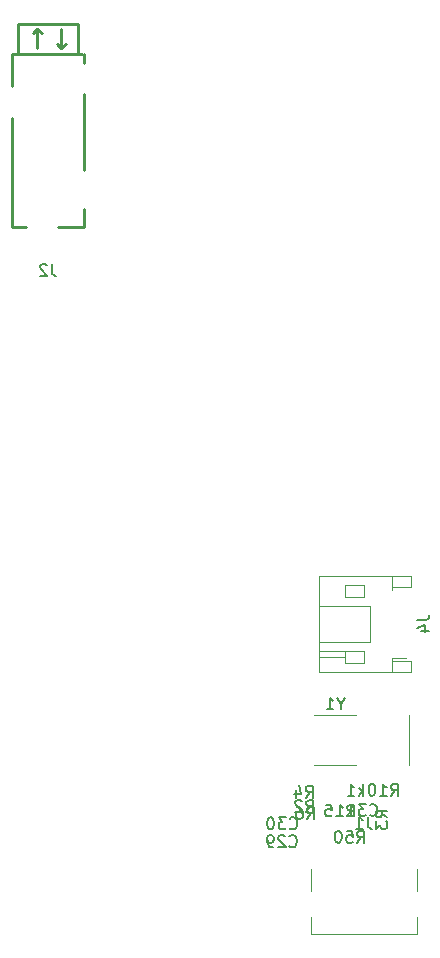
<source format=gbr>
%TF.GenerationSoftware,KiCad,Pcbnew,9.0.6*%
%TF.CreationDate,2025-12-07T23:37:29-06:00*%
%TF.ProjectId,Tony's MP3 Player,546f6e79-2773-4204-9d50-3320506c6179,rev?*%
%TF.SameCoordinates,Original*%
%TF.FileFunction,Legend,Bot*%
%TF.FilePolarity,Positive*%
%FSLAX46Y46*%
G04 Gerber Fmt 4.6, Leading zero omitted, Abs format (unit mm)*
G04 Created by KiCad (PCBNEW 9.0.6) date 2025-12-07 23:37:29*
%MOMM*%
%LPD*%
G01*
G04 APERTURE LIST*
%ADD10C,0.150000*%
%ADD11C,0.120000*%
%ADD12C,0.254000*%
G04 APERTURE END LIST*
D10*
X163400357Y-115409580D02*
X163447976Y-115457200D01*
X163447976Y-115457200D02*
X163590833Y-115504819D01*
X163590833Y-115504819D02*
X163686071Y-115504819D01*
X163686071Y-115504819D02*
X163828928Y-115457200D01*
X163828928Y-115457200D02*
X163924166Y-115361961D01*
X163924166Y-115361961D02*
X163971785Y-115266723D01*
X163971785Y-115266723D02*
X164019404Y-115076247D01*
X164019404Y-115076247D02*
X164019404Y-114933390D01*
X164019404Y-114933390D02*
X163971785Y-114742914D01*
X163971785Y-114742914D02*
X163924166Y-114647676D01*
X163924166Y-114647676D02*
X163828928Y-114552438D01*
X163828928Y-114552438D02*
X163686071Y-114504819D01*
X163686071Y-114504819D02*
X163590833Y-114504819D01*
X163590833Y-114504819D02*
X163447976Y-114552438D01*
X163447976Y-114552438D02*
X163400357Y-114600057D01*
X163067023Y-114504819D02*
X162447976Y-114504819D01*
X162447976Y-114504819D02*
X162781309Y-114885771D01*
X162781309Y-114885771D02*
X162638452Y-114885771D01*
X162638452Y-114885771D02*
X162543214Y-114933390D01*
X162543214Y-114933390D02*
X162495595Y-114981009D01*
X162495595Y-114981009D02*
X162447976Y-115076247D01*
X162447976Y-115076247D02*
X162447976Y-115314342D01*
X162447976Y-115314342D02*
X162495595Y-115409580D01*
X162495595Y-115409580D02*
X162543214Y-115457200D01*
X162543214Y-115457200D02*
X162638452Y-115504819D01*
X162638452Y-115504819D02*
X162924166Y-115504819D01*
X162924166Y-115504819D02*
X163019404Y-115457200D01*
X163019404Y-115457200D02*
X163067023Y-115409580D01*
X161495595Y-115504819D02*
X162067023Y-115504819D01*
X161781309Y-115504819D02*
X161781309Y-114504819D01*
X161781309Y-114504819D02*
X161876547Y-114647676D01*
X161876547Y-114647676D02*
X161971785Y-114742914D01*
X161971785Y-114742914D02*
X162067023Y-114790533D01*
X165193809Y-113794819D02*
X165527142Y-113318628D01*
X165765237Y-113794819D02*
X165765237Y-112794819D01*
X165765237Y-112794819D02*
X165384285Y-112794819D01*
X165384285Y-112794819D02*
X165289047Y-112842438D01*
X165289047Y-112842438D02*
X165241428Y-112890057D01*
X165241428Y-112890057D02*
X165193809Y-112985295D01*
X165193809Y-112985295D02*
X165193809Y-113128152D01*
X165193809Y-113128152D02*
X165241428Y-113223390D01*
X165241428Y-113223390D02*
X165289047Y-113271009D01*
X165289047Y-113271009D02*
X165384285Y-113318628D01*
X165384285Y-113318628D02*
X165765237Y-113318628D01*
X164241428Y-113794819D02*
X164812856Y-113794819D01*
X164527142Y-113794819D02*
X164527142Y-112794819D01*
X164527142Y-112794819D02*
X164622380Y-112937676D01*
X164622380Y-112937676D02*
X164717618Y-113032914D01*
X164717618Y-113032914D02*
X164812856Y-113080533D01*
X163622380Y-112794819D02*
X163527142Y-112794819D01*
X163527142Y-112794819D02*
X163431904Y-112842438D01*
X163431904Y-112842438D02*
X163384285Y-112890057D01*
X163384285Y-112890057D02*
X163336666Y-112985295D01*
X163336666Y-112985295D02*
X163289047Y-113175771D01*
X163289047Y-113175771D02*
X163289047Y-113413866D01*
X163289047Y-113413866D02*
X163336666Y-113604342D01*
X163336666Y-113604342D02*
X163384285Y-113699580D01*
X163384285Y-113699580D02*
X163431904Y-113747200D01*
X163431904Y-113747200D02*
X163527142Y-113794819D01*
X163527142Y-113794819D02*
X163622380Y-113794819D01*
X163622380Y-113794819D02*
X163717618Y-113747200D01*
X163717618Y-113747200D02*
X163765237Y-113699580D01*
X163765237Y-113699580D02*
X163812856Y-113604342D01*
X163812856Y-113604342D02*
X163860475Y-113413866D01*
X163860475Y-113413866D02*
X163860475Y-113175771D01*
X163860475Y-113175771D02*
X163812856Y-112985295D01*
X163812856Y-112985295D02*
X163765237Y-112890057D01*
X163765237Y-112890057D02*
X163717618Y-112842438D01*
X163717618Y-112842438D02*
X163622380Y-112794819D01*
X162860475Y-113794819D02*
X162860475Y-112794819D01*
X162765237Y-113413866D02*
X162479523Y-113794819D01*
X162479523Y-113128152D02*
X162860475Y-113509104D01*
X161527142Y-113794819D02*
X162098570Y-113794819D01*
X161812856Y-113794819D02*
X161812856Y-112794819D01*
X161812856Y-112794819D02*
X161908094Y-112937676D01*
X161908094Y-112937676D02*
X162003332Y-113032914D01*
X162003332Y-113032914D02*
X162098570Y-113080533D01*
X156592857Y-118049580D02*
X156640476Y-118097200D01*
X156640476Y-118097200D02*
X156783333Y-118144819D01*
X156783333Y-118144819D02*
X156878571Y-118144819D01*
X156878571Y-118144819D02*
X157021428Y-118097200D01*
X157021428Y-118097200D02*
X157116666Y-118001961D01*
X157116666Y-118001961D02*
X157164285Y-117906723D01*
X157164285Y-117906723D02*
X157211904Y-117716247D01*
X157211904Y-117716247D02*
X157211904Y-117573390D01*
X157211904Y-117573390D02*
X157164285Y-117382914D01*
X157164285Y-117382914D02*
X157116666Y-117287676D01*
X157116666Y-117287676D02*
X157021428Y-117192438D01*
X157021428Y-117192438D02*
X156878571Y-117144819D01*
X156878571Y-117144819D02*
X156783333Y-117144819D01*
X156783333Y-117144819D02*
X156640476Y-117192438D01*
X156640476Y-117192438D02*
X156592857Y-117240057D01*
X156211904Y-117240057D02*
X156164285Y-117192438D01*
X156164285Y-117192438D02*
X156069047Y-117144819D01*
X156069047Y-117144819D02*
X155830952Y-117144819D01*
X155830952Y-117144819D02*
X155735714Y-117192438D01*
X155735714Y-117192438D02*
X155688095Y-117240057D01*
X155688095Y-117240057D02*
X155640476Y-117335295D01*
X155640476Y-117335295D02*
X155640476Y-117430533D01*
X155640476Y-117430533D02*
X155688095Y-117573390D01*
X155688095Y-117573390D02*
X156259523Y-118144819D01*
X156259523Y-118144819D02*
X155640476Y-118144819D01*
X155164285Y-118144819D02*
X154973809Y-118144819D01*
X154973809Y-118144819D02*
X154878571Y-118097200D01*
X154878571Y-118097200D02*
X154830952Y-118049580D01*
X154830952Y-118049580D02*
X154735714Y-117906723D01*
X154735714Y-117906723D02*
X154688095Y-117716247D01*
X154688095Y-117716247D02*
X154688095Y-117335295D01*
X154688095Y-117335295D02*
X154735714Y-117240057D01*
X154735714Y-117240057D02*
X154783333Y-117192438D01*
X154783333Y-117192438D02*
X154878571Y-117144819D01*
X154878571Y-117144819D02*
X155069047Y-117144819D01*
X155069047Y-117144819D02*
X155164285Y-117192438D01*
X155164285Y-117192438D02*
X155211904Y-117240057D01*
X155211904Y-117240057D02*
X155259523Y-117335295D01*
X155259523Y-117335295D02*
X155259523Y-117573390D01*
X155259523Y-117573390D02*
X155211904Y-117668628D01*
X155211904Y-117668628D02*
X155164285Y-117716247D01*
X155164285Y-117716247D02*
X155069047Y-117763866D01*
X155069047Y-117763866D02*
X154878571Y-117763866D01*
X154878571Y-117763866D02*
X154783333Y-117716247D01*
X154783333Y-117716247D02*
X154735714Y-117668628D01*
X154735714Y-117668628D02*
X154688095Y-117573390D01*
X156622857Y-116539580D02*
X156670476Y-116587200D01*
X156670476Y-116587200D02*
X156813333Y-116634819D01*
X156813333Y-116634819D02*
X156908571Y-116634819D01*
X156908571Y-116634819D02*
X157051428Y-116587200D01*
X157051428Y-116587200D02*
X157146666Y-116491961D01*
X157146666Y-116491961D02*
X157194285Y-116396723D01*
X157194285Y-116396723D02*
X157241904Y-116206247D01*
X157241904Y-116206247D02*
X157241904Y-116063390D01*
X157241904Y-116063390D02*
X157194285Y-115872914D01*
X157194285Y-115872914D02*
X157146666Y-115777676D01*
X157146666Y-115777676D02*
X157051428Y-115682438D01*
X157051428Y-115682438D02*
X156908571Y-115634819D01*
X156908571Y-115634819D02*
X156813333Y-115634819D01*
X156813333Y-115634819D02*
X156670476Y-115682438D01*
X156670476Y-115682438D02*
X156622857Y-115730057D01*
X156289523Y-115634819D02*
X155670476Y-115634819D01*
X155670476Y-115634819D02*
X156003809Y-116015771D01*
X156003809Y-116015771D02*
X155860952Y-116015771D01*
X155860952Y-116015771D02*
X155765714Y-116063390D01*
X155765714Y-116063390D02*
X155718095Y-116111009D01*
X155718095Y-116111009D02*
X155670476Y-116206247D01*
X155670476Y-116206247D02*
X155670476Y-116444342D01*
X155670476Y-116444342D02*
X155718095Y-116539580D01*
X155718095Y-116539580D02*
X155765714Y-116587200D01*
X155765714Y-116587200D02*
X155860952Y-116634819D01*
X155860952Y-116634819D02*
X156146666Y-116634819D01*
X156146666Y-116634819D02*
X156241904Y-116587200D01*
X156241904Y-116587200D02*
X156289523Y-116539580D01*
X155051428Y-115634819D02*
X154956190Y-115634819D01*
X154956190Y-115634819D02*
X154860952Y-115682438D01*
X154860952Y-115682438D02*
X154813333Y-115730057D01*
X154813333Y-115730057D02*
X154765714Y-115825295D01*
X154765714Y-115825295D02*
X154718095Y-116015771D01*
X154718095Y-116015771D02*
X154718095Y-116253866D01*
X154718095Y-116253866D02*
X154765714Y-116444342D01*
X154765714Y-116444342D02*
X154813333Y-116539580D01*
X154813333Y-116539580D02*
X154860952Y-116587200D01*
X154860952Y-116587200D02*
X154956190Y-116634819D01*
X154956190Y-116634819D02*
X155051428Y-116634819D01*
X155051428Y-116634819D02*
X155146666Y-116587200D01*
X155146666Y-116587200D02*
X155194285Y-116539580D01*
X155194285Y-116539580D02*
X155241904Y-116444342D01*
X155241904Y-116444342D02*
X155289523Y-116253866D01*
X155289523Y-116253866D02*
X155289523Y-116015771D01*
X155289523Y-116015771D02*
X155241904Y-115825295D01*
X155241904Y-115825295D02*
X155194285Y-115730057D01*
X155194285Y-115730057D02*
X155146666Y-115682438D01*
X155146666Y-115682438D02*
X155051428Y-115634819D01*
X157979166Y-113954819D02*
X158312499Y-113478628D01*
X158550594Y-113954819D02*
X158550594Y-112954819D01*
X158550594Y-112954819D02*
X158169642Y-112954819D01*
X158169642Y-112954819D02*
X158074404Y-113002438D01*
X158074404Y-113002438D02*
X158026785Y-113050057D01*
X158026785Y-113050057D02*
X157979166Y-113145295D01*
X157979166Y-113145295D02*
X157979166Y-113288152D01*
X157979166Y-113288152D02*
X158026785Y-113383390D01*
X158026785Y-113383390D02*
X158074404Y-113431009D01*
X158074404Y-113431009D02*
X158169642Y-113478628D01*
X158169642Y-113478628D02*
X158550594Y-113478628D01*
X157122023Y-113288152D02*
X157122023Y-113954819D01*
X157360118Y-112907200D02*
X157598213Y-113621485D01*
X157598213Y-113621485D02*
X156979166Y-113621485D01*
X161502857Y-115544819D02*
X161836190Y-115068628D01*
X162074285Y-115544819D02*
X162074285Y-114544819D01*
X162074285Y-114544819D02*
X161693333Y-114544819D01*
X161693333Y-114544819D02*
X161598095Y-114592438D01*
X161598095Y-114592438D02*
X161550476Y-114640057D01*
X161550476Y-114640057D02*
X161502857Y-114735295D01*
X161502857Y-114735295D02*
X161502857Y-114878152D01*
X161502857Y-114878152D02*
X161550476Y-114973390D01*
X161550476Y-114973390D02*
X161598095Y-115021009D01*
X161598095Y-115021009D02*
X161693333Y-115068628D01*
X161693333Y-115068628D02*
X162074285Y-115068628D01*
X160550476Y-115544819D02*
X161121904Y-115544819D01*
X160836190Y-115544819D02*
X160836190Y-114544819D01*
X160836190Y-114544819D02*
X160931428Y-114687676D01*
X160931428Y-114687676D02*
X161026666Y-114782914D01*
X161026666Y-114782914D02*
X161121904Y-114830533D01*
X159645714Y-114544819D02*
X160121904Y-114544819D01*
X160121904Y-114544819D02*
X160169523Y-115021009D01*
X160169523Y-115021009D02*
X160121904Y-114973390D01*
X160121904Y-114973390D02*
X160026666Y-114925771D01*
X160026666Y-114925771D02*
X159788571Y-114925771D01*
X159788571Y-114925771D02*
X159693333Y-114973390D01*
X159693333Y-114973390D02*
X159645714Y-115021009D01*
X159645714Y-115021009D02*
X159598095Y-115116247D01*
X159598095Y-115116247D02*
X159598095Y-115354342D01*
X159598095Y-115354342D02*
X159645714Y-115449580D01*
X159645714Y-115449580D02*
X159693333Y-115497200D01*
X159693333Y-115497200D02*
X159788571Y-115544819D01*
X159788571Y-115544819D02*
X160026666Y-115544819D01*
X160026666Y-115544819D02*
X160121904Y-115497200D01*
X160121904Y-115497200D02*
X160169523Y-115449580D01*
X158026666Y-115164819D02*
X158359999Y-114688628D01*
X158598094Y-115164819D02*
X158598094Y-114164819D01*
X158598094Y-114164819D02*
X158217142Y-114164819D01*
X158217142Y-114164819D02*
X158121904Y-114212438D01*
X158121904Y-114212438D02*
X158074285Y-114260057D01*
X158074285Y-114260057D02*
X158026666Y-114355295D01*
X158026666Y-114355295D02*
X158026666Y-114498152D01*
X158026666Y-114498152D02*
X158074285Y-114593390D01*
X158074285Y-114593390D02*
X158121904Y-114641009D01*
X158121904Y-114641009D02*
X158217142Y-114688628D01*
X158217142Y-114688628D02*
X158598094Y-114688628D01*
X157645713Y-114260057D02*
X157598094Y-114212438D01*
X157598094Y-114212438D02*
X157502856Y-114164819D01*
X157502856Y-114164819D02*
X157264761Y-114164819D01*
X157264761Y-114164819D02*
X157169523Y-114212438D01*
X157169523Y-114212438D02*
X157121904Y-114260057D01*
X157121904Y-114260057D02*
X157074285Y-114355295D01*
X157074285Y-114355295D02*
X157074285Y-114450533D01*
X157074285Y-114450533D02*
X157121904Y-114593390D01*
X157121904Y-114593390D02*
X157693332Y-115164819D01*
X157693332Y-115164819D02*
X157074285Y-115164819D01*
X158086666Y-115754819D02*
X158419999Y-115278628D01*
X158658094Y-115754819D02*
X158658094Y-114754819D01*
X158658094Y-114754819D02*
X158277142Y-114754819D01*
X158277142Y-114754819D02*
X158181904Y-114802438D01*
X158181904Y-114802438D02*
X158134285Y-114850057D01*
X158134285Y-114850057D02*
X158086666Y-114945295D01*
X158086666Y-114945295D02*
X158086666Y-115088152D01*
X158086666Y-115088152D02*
X158134285Y-115183390D01*
X158134285Y-115183390D02*
X158181904Y-115231009D01*
X158181904Y-115231009D02*
X158277142Y-115278628D01*
X158277142Y-115278628D02*
X158658094Y-115278628D01*
X157229523Y-114754819D02*
X157419999Y-114754819D01*
X157419999Y-114754819D02*
X157515237Y-114802438D01*
X157515237Y-114802438D02*
X157562856Y-114850057D01*
X157562856Y-114850057D02*
X157658094Y-114992914D01*
X157658094Y-114992914D02*
X157705713Y-115183390D01*
X157705713Y-115183390D02*
X157705713Y-115564342D01*
X157705713Y-115564342D02*
X157658094Y-115659580D01*
X157658094Y-115659580D02*
X157610475Y-115707200D01*
X157610475Y-115707200D02*
X157515237Y-115754819D01*
X157515237Y-115754819D02*
X157324761Y-115754819D01*
X157324761Y-115754819D02*
X157229523Y-115707200D01*
X157229523Y-115707200D02*
X157181904Y-115659580D01*
X157181904Y-115659580D02*
X157134285Y-115564342D01*
X157134285Y-115564342D02*
X157134285Y-115326247D01*
X157134285Y-115326247D02*
X157181904Y-115231009D01*
X157181904Y-115231009D02*
X157229523Y-115183390D01*
X157229523Y-115183390D02*
X157324761Y-115135771D01*
X157324761Y-115135771D02*
X157515237Y-115135771D01*
X157515237Y-115135771D02*
X157610475Y-115183390D01*
X157610475Y-115183390D02*
X157658094Y-115231009D01*
X157658094Y-115231009D02*
X157705713Y-115326247D01*
X164884819Y-115640833D02*
X164408628Y-115307500D01*
X164884819Y-115069405D02*
X163884819Y-115069405D01*
X163884819Y-115069405D02*
X163884819Y-115450357D01*
X163884819Y-115450357D02*
X163932438Y-115545595D01*
X163932438Y-115545595D02*
X163980057Y-115593214D01*
X163980057Y-115593214D02*
X164075295Y-115640833D01*
X164075295Y-115640833D02*
X164218152Y-115640833D01*
X164218152Y-115640833D02*
X164313390Y-115593214D01*
X164313390Y-115593214D02*
X164361009Y-115545595D01*
X164361009Y-115545595D02*
X164408628Y-115450357D01*
X164408628Y-115450357D02*
X164408628Y-115069405D01*
X163884819Y-115974167D02*
X163884819Y-116593214D01*
X163884819Y-116593214D02*
X164265771Y-116259881D01*
X164265771Y-116259881D02*
X164265771Y-116402738D01*
X164265771Y-116402738D02*
X164313390Y-116497976D01*
X164313390Y-116497976D02*
X164361009Y-116545595D01*
X164361009Y-116545595D02*
X164456247Y-116593214D01*
X164456247Y-116593214D02*
X164694342Y-116593214D01*
X164694342Y-116593214D02*
X164789580Y-116545595D01*
X164789580Y-116545595D02*
X164837200Y-116497976D01*
X164837200Y-116497976D02*
X164884819Y-116402738D01*
X164884819Y-116402738D02*
X164884819Y-116117024D01*
X164884819Y-116117024D02*
X164837200Y-116021786D01*
X164837200Y-116021786D02*
X164789580Y-115974167D01*
X160926190Y-106008628D02*
X160926190Y-106484819D01*
X161259523Y-105484819D02*
X160926190Y-106008628D01*
X160926190Y-106008628D02*
X160592857Y-105484819D01*
X159735714Y-106484819D02*
X160307142Y-106484819D01*
X160021428Y-106484819D02*
X160021428Y-105484819D01*
X160021428Y-105484819D02*
X160116666Y-105627676D01*
X160116666Y-105627676D02*
X160211904Y-105722914D01*
X160211904Y-105722914D02*
X160307142Y-105770533D01*
X162340357Y-117774819D02*
X162673690Y-117298628D01*
X162911785Y-117774819D02*
X162911785Y-116774819D01*
X162911785Y-116774819D02*
X162530833Y-116774819D01*
X162530833Y-116774819D02*
X162435595Y-116822438D01*
X162435595Y-116822438D02*
X162387976Y-116870057D01*
X162387976Y-116870057D02*
X162340357Y-116965295D01*
X162340357Y-116965295D02*
X162340357Y-117108152D01*
X162340357Y-117108152D02*
X162387976Y-117203390D01*
X162387976Y-117203390D02*
X162435595Y-117251009D01*
X162435595Y-117251009D02*
X162530833Y-117298628D01*
X162530833Y-117298628D02*
X162911785Y-117298628D01*
X161435595Y-116774819D02*
X161911785Y-116774819D01*
X161911785Y-116774819D02*
X161959404Y-117251009D01*
X161959404Y-117251009D02*
X161911785Y-117203390D01*
X161911785Y-117203390D02*
X161816547Y-117155771D01*
X161816547Y-117155771D02*
X161578452Y-117155771D01*
X161578452Y-117155771D02*
X161483214Y-117203390D01*
X161483214Y-117203390D02*
X161435595Y-117251009D01*
X161435595Y-117251009D02*
X161387976Y-117346247D01*
X161387976Y-117346247D02*
X161387976Y-117584342D01*
X161387976Y-117584342D02*
X161435595Y-117679580D01*
X161435595Y-117679580D02*
X161483214Y-117727200D01*
X161483214Y-117727200D02*
X161578452Y-117774819D01*
X161578452Y-117774819D02*
X161816547Y-117774819D01*
X161816547Y-117774819D02*
X161911785Y-117727200D01*
X161911785Y-117727200D02*
X161959404Y-117679580D01*
X160768928Y-116774819D02*
X160673690Y-116774819D01*
X160673690Y-116774819D02*
X160578452Y-116822438D01*
X160578452Y-116822438D02*
X160530833Y-116870057D01*
X160530833Y-116870057D02*
X160483214Y-116965295D01*
X160483214Y-116965295D02*
X160435595Y-117155771D01*
X160435595Y-117155771D02*
X160435595Y-117393866D01*
X160435595Y-117393866D02*
X160483214Y-117584342D01*
X160483214Y-117584342D02*
X160530833Y-117679580D01*
X160530833Y-117679580D02*
X160578452Y-117727200D01*
X160578452Y-117727200D02*
X160673690Y-117774819D01*
X160673690Y-117774819D02*
X160768928Y-117774819D01*
X160768928Y-117774819D02*
X160864166Y-117727200D01*
X160864166Y-117727200D02*
X160911785Y-117679580D01*
X160911785Y-117679580D02*
X160959404Y-117584342D01*
X160959404Y-117584342D02*
X161007023Y-117393866D01*
X161007023Y-117393866D02*
X161007023Y-117155771D01*
X161007023Y-117155771D02*
X160959404Y-116965295D01*
X160959404Y-116965295D02*
X160911785Y-116870057D01*
X160911785Y-116870057D02*
X160864166Y-116822438D01*
X160864166Y-116822438D02*
X160768928Y-116774819D01*
X167424819Y-98906666D02*
X168139104Y-98906666D01*
X168139104Y-98906666D02*
X168281961Y-98859047D01*
X168281961Y-98859047D02*
X168377200Y-98763809D01*
X168377200Y-98763809D02*
X168424819Y-98620952D01*
X168424819Y-98620952D02*
X168424819Y-98525714D01*
X167758152Y-99811428D02*
X168424819Y-99811428D01*
X167377200Y-99573333D02*
X168091485Y-99335238D01*
X168091485Y-99335238D02*
X168091485Y-99954285D01*
X136483333Y-68779536D02*
X136483333Y-69493821D01*
X136483333Y-69493821D02*
X136530952Y-69636678D01*
X136530952Y-69636678D02*
X136626190Y-69731917D01*
X136626190Y-69731917D02*
X136769047Y-69779536D01*
X136769047Y-69779536D02*
X136864285Y-69779536D01*
X136054761Y-68874774D02*
X136007142Y-68827155D01*
X136007142Y-68827155D02*
X135911904Y-68779536D01*
X135911904Y-68779536D02*
X135673809Y-68779536D01*
X135673809Y-68779536D02*
X135578571Y-68827155D01*
X135578571Y-68827155D02*
X135530952Y-68874774D01*
X135530952Y-68874774D02*
X135483333Y-68970012D01*
X135483333Y-68970012D02*
X135483333Y-69065250D01*
X135483333Y-69065250D02*
X135530952Y-69208107D01*
X135530952Y-69208107D02*
X136102380Y-69779536D01*
X136102380Y-69779536D02*
X135483333Y-69779536D01*
X163233333Y-115579819D02*
X163233333Y-116294104D01*
X163233333Y-116294104D02*
X163280952Y-116436961D01*
X163280952Y-116436961D02*
X163376190Y-116532200D01*
X163376190Y-116532200D02*
X163519047Y-116579819D01*
X163519047Y-116579819D02*
X163614285Y-116579819D01*
X162233333Y-116579819D02*
X162804761Y-116579819D01*
X162519047Y-116579819D02*
X162519047Y-115579819D01*
X162519047Y-115579819D02*
X162614285Y-115722676D01*
X162614285Y-115722676D02*
X162709523Y-115817914D01*
X162709523Y-115817914D02*
X162804761Y-115865533D01*
D11*
%TO.C,Y1*%
X166735000Y-106980000D02*
X166735000Y-111180000D01*
X162190000Y-106970000D02*
X158710000Y-106970000D01*
X162190000Y-111190000D02*
X158710000Y-111190000D01*
%TO.C,J4*%
X166880000Y-103300000D02*
X159060000Y-103300000D01*
X165280000Y-103300000D02*
X165280000Y-102380000D01*
X159060000Y-103300000D02*
X159060000Y-95180000D01*
X162920000Y-102540000D02*
X161320000Y-102540000D01*
X161320000Y-102540000D02*
X161320000Y-101540000D01*
X166880000Y-102380000D02*
X166880000Y-103300000D01*
X165280000Y-102380000D02*
X166880000Y-102380000D01*
X165280000Y-102100000D02*
X165280000Y-102380000D01*
X165280000Y-102100000D02*
X166495000Y-102100000D01*
X161320000Y-102040000D02*
X159060000Y-102040000D01*
X162920000Y-101540000D02*
X162920000Y-102540000D01*
X161320000Y-101540000D02*
X162920000Y-101540000D01*
X161320000Y-101540000D02*
X159060000Y-101540000D01*
X163420000Y-100740000D02*
X163420000Y-97740000D01*
X159060000Y-100740000D02*
X163420000Y-100740000D01*
X163420000Y-97740000D02*
X159060000Y-97740000D01*
X162920000Y-96940000D02*
X162920000Y-95940000D01*
X161320000Y-96940000D02*
X162920000Y-96940000D01*
X166880000Y-96100000D02*
X165280000Y-96100000D01*
X165280000Y-96100000D02*
X165280000Y-96380000D01*
X162920000Y-95940000D02*
X161320000Y-95940000D01*
X161320000Y-95940000D02*
X161320000Y-96940000D01*
X166880000Y-95180000D02*
X166880000Y-96100000D01*
X165280000Y-95180000D02*
X165280000Y-96100000D01*
X159060000Y-95180000D02*
X166880000Y-95180000D01*
D12*
%TO.C,J2*%
X138690000Y-65623717D02*
X136981000Y-65623717D01*
X137293000Y-50510717D02*
X137674000Y-50129717D01*
X137674000Y-50129717D02*
X137293000Y-50510717D01*
X137293000Y-48859717D02*
X137293000Y-50510717D01*
X137293000Y-50510717D02*
X136912000Y-50129717D01*
X135261000Y-48859717D02*
X135642000Y-49240717D01*
X135261000Y-48859717D02*
X134880000Y-49240717D01*
X134880000Y-49240717D02*
X135261000Y-48859717D01*
X135261000Y-50510717D02*
X135261000Y-48859717D01*
X134319000Y-65623717D02*
X133610000Y-65623717D01*
X138690000Y-65623717D02*
X139198000Y-65623717D01*
X139198000Y-65623717D02*
X139198000Y-64099717D01*
X133102000Y-56380717D02*
X133102000Y-65623717D01*
X133102000Y-65623717D02*
X133610000Y-65623717D01*
X139198000Y-60797717D02*
X139198000Y-54380717D01*
X133578500Y-51018717D02*
X133578500Y-48478717D01*
X133578500Y-48478717D02*
X138690000Y-48478717D01*
X138690000Y-48478717D02*
X138690000Y-51018717D01*
X139198000Y-51718717D02*
X139198000Y-51018717D01*
X133102000Y-51018717D02*
X133102000Y-53718717D01*
X133102000Y-51018717D02*
X139071000Y-51018717D01*
D11*
%TO.C,J1*%
X167370000Y-120035000D02*
X167370000Y-121835000D01*
X167370000Y-125545000D02*
X167370000Y-124085000D01*
X158430000Y-120035000D02*
X158430000Y-121835000D01*
X158430000Y-125545000D02*
X167370000Y-125545000D01*
X158430000Y-125545000D02*
X158430000Y-124085000D01*
%TD*%
M02*

</source>
